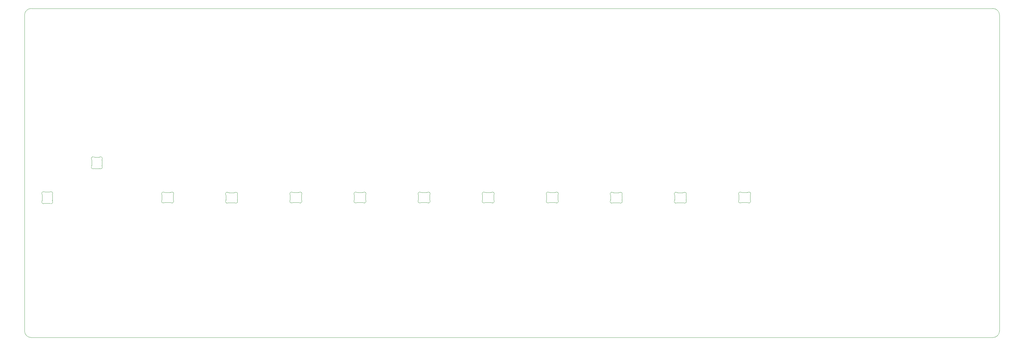
<source format=gbr>
%TF.GenerationSoftware,KiCad,Pcbnew,8.0.4*%
%TF.CreationDate,2024-08-19T01:28:38+08:00*%
%TF.ProjectId,cloak-xt,636c6f61-6b2d-4787-942e-6b696361645f,rev?*%
%TF.SameCoordinates,Original*%
%TF.FileFunction,Profile,NP*%
%FSLAX46Y46*%
G04 Gerber Fmt 4.6, Leading zero omitted, Abs format (unit mm)*
G04 Created by KiCad (PCBNEW 8.0.4) date 2024-08-19 01:28:38*
%MOMM*%
%LPD*%
G01*
G04 APERTURE LIST*
%TA.AperFunction,Profile*%
%ADD10C,0.100000*%
%TD*%
G04 APERTURE END LIST*
D10*
X57795786Y-76785161D02*
G75*
G02*
X59795786Y-74785186I2000014J-39D01*
G01*
X345514536Y-172813286D02*
X59795786Y-172813286D01*
X59795786Y-74785161D02*
X345514536Y-74785161D01*
X345514536Y-74785161D02*
G75*
G02*
X347514539Y-76785161I64J-1999939D01*
G01*
X347514536Y-170813286D02*
G75*
G02*
X345514536Y-172813336I-2000036J-14D01*
G01*
X347514536Y-76785161D02*
X347514536Y-170813286D01*
X57795786Y-170813286D02*
X57795786Y-76785161D01*
X59795786Y-172813286D02*
G75*
G02*
X57795714Y-170813286I-86J1999986D01*
G01*
%TO.C,LED10*%
X102014535Y-131800502D02*
X102014535Y-130394818D01*
X99520084Y-132597660D02*
X101108988Y-132597660D01*
X101108989Y-129597661D02*
X99520084Y-129597661D01*
X98614537Y-130394818D02*
X98614537Y-131800502D01*
X102014535Y-130394817D02*
G75*
G02*
X102064020Y-130177940I499990J1D01*
G01*
X101361247Y-129529362D02*
G75*
G02*
X102064019Y-130177940I252258J-431700D01*
G01*
X102064020Y-132017380D02*
G75*
G02*
X102014535Y-131800502I450505J216876D01*
G01*
X102064020Y-132017379D02*
G75*
G02*
X101361247Y-132665959I-450514J-216880D01*
G01*
X101108988Y-132597660D02*
G75*
G02*
X101361247Y-132665959I-2J-500009D01*
G01*
X101361247Y-129529362D02*
G75*
G02*
X101108989Y-129597661I-252261J431710D01*
G01*
X99267826Y-132665959D02*
G75*
G02*
X99520084Y-132597661I252260J-431712D01*
G01*
X99520083Y-129597660D02*
G75*
G02*
X99267825Y-129529361I3J500009D01*
G01*
X98565052Y-130177940D02*
G75*
G02*
X99267825Y-129529361I450514J216879D01*
G01*
X98565052Y-130177940D02*
G75*
G02*
X98614539Y-130394818I-450506J-216881D01*
G01*
X99267825Y-132665957D02*
G75*
G02*
X98565052Y-132017380I-252258J431700D01*
G01*
X98614537Y-131800503D02*
G75*
G02*
X98565036Y-132017372I-500001J42D01*
G01*
%TO.C,LED4*%
X216314535Y-131800502D02*
X216314535Y-130394818D01*
X213820084Y-132597660D02*
X215408988Y-132597660D01*
X215408989Y-129597661D02*
X213820084Y-129597661D01*
X212914537Y-130394818D02*
X212914537Y-131800502D01*
X216314535Y-130394817D02*
G75*
G02*
X216364020Y-130177940I499990J1D01*
G01*
X215661247Y-129529362D02*
G75*
G02*
X216364019Y-130177940I252258J-431700D01*
G01*
X216364020Y-132017380D02*
G75*
G02*
X216314535Y-131800502I450505J216876D01*
G01*
X216364020Y-132017379D02*
G75*
G02*
X215661247Y-132665959I-450514J-216880D01*
G01*
X215408988Y-132597660D02*
G75*
G02*
X215661247Y-132665959I-2J-500009D01*
G01*
X215661247Y-129529362D02*
G75*
G02*
X215408989Y-129597661I-252261J431710D01*
G01*
X213567826Y-132665959D02*
G75*
G02*
X213820084Y-132597661I252260J-431712D01*
G01*
X213820083Y-129597660D02*
G75*
G02*
X213567825Y-129529361I3J500009D01*
G01*
X212865052Y-130177940D02*
G75*
G02*
X213567825Y-129529361I450514J216879D01*
G01*
X212865052Y-130177940D02*
G75*
G02*
X212914539Y-130394818I-450506J-216881D01*
G01*
X213567825Y-132665957D02*
G75*
G02*
X212865052Y-132017380I-252258J431700D01*
G01*
X212914537Y-131800503D02*
G75*
G02*
X212865036Y-132017372I-500001J42D01*
G01*
%TO.C,LED3*%
X235311410Y-131844252D02*
X235311410Y-130438568D01*
X232816959Y-132641410D02*
X234405863Y-132641410D01*
X234405864Y-129641411D02*
X232816959Y-129641411D01*
X231911412Y-130438568D02*
X231911412Y-131844252D01*
X235311410Y-130438567D02*
G75*
G02*
X235360895Y-130221690I499990J1D01*
G01*
X234658122Y-129573112D02*
G75*
G02*
X235360894Y-130221690I252258J-431700D01*
G01*
X235360895Y-132061130D02*
G75*
G02*
X235311410Y-131844252I450505J216876D01*
G01*
X235360895Y-132061129D02*
G75*
G02*
X234658122Y-132709709I-450514J-216880D01*
G01*
X234405863Y-132641410D02*
G75*
G02*
X234658122Y-132709709I-2J-500009D01*
G01*
X234658122Y-129573112D02*
G75*
G02*
X234405864Y-129641411I-252261J431710D01*
G01*
X232564701Y-132709709D02*
G75*
G02*
X232816959Y-132641411I252260J-431712D01*
G01*
X232816958Y-129641410D02*
G75*
G02*
X232564700Y-129573111I3J500009D01*
G01*
X231861927Y-130221690D02*
G75*
G02*
X232564700Y-129573111I450514J216879D01*
G01*
X231861927Y-130221690D02*
G75*
G02*
X231911414Y-130438568I-450506J-216881D01*
G01*
X232564700Y-132709707D02*
G75*
G02*
X231861927Y-132061130I-252258J431700D01*
G01*
X231911412Y-131844253D02*
G75*
G02*
X231861911Y-132061122I-500001J42D01*
G01*
%TO.C,LED2*%
X254361410Y-131844252D02*
X254361410Y-130438568D01*
X251866959Y-132641410D02*
X253455863Y-132641410D01*
X253455864Y-129641411D02*
X251866959Y-129641411D01*
X250961412Y-130438568D02*
X250961412Y-131844252D01*
X254361410Y-130438567D02*
G75*
G02*
X254410895Y-130221690I499990J1D01*
G01*
X253708122Y-129573112D02*
G75*
G02*
X254410894Y-130221690I252258J-431700D01*
G01*
X254410895Y-132061130D02*
G75*
G02*
X254361410Y-131844252I450505J216876D01*
G01*
X254410895Y-132061129D02*
G75*
G02*
X253708122Y-132709709I-450514J-216880D01*
G01*
X253455863Y-132641410D02*
G75*
G02*
X253708122Y-132709709I-2J-500009D01*
G01*
X253708122Y-129573112D02*
G75*
G02*
X253455864Y-129641411I-252261J431710D01*
G01*
X251614701Y-132709709D02*
G75*
G02*
X251866959Y-132641411I252260J-431712D01*
G01*
X251866958Y-129641410D02*
G75*
G02*
X251614700Y-129573111I3J500009D01*
G01*
X250911927Y-130221690D02*
G75*
G02*
X251614700Y-129573111I450514J216879D01*
G01*
X250911927Y-130221690D02*
G75*
G02*
X250961414Y-130438568I-450506J-216881D01*
G01*
X251614700Y-132709707D02*
G75*
G02*
X250911927Y-132061130I-252258J431700D01*
G01*
X250961412Y-131844253D02*
G75*
G02*
X250911911Y-132061122I-500001J42D01*
G01*
%TO.C,LED9*%
X121011410Y-131844252D02*
X121011410Y-130438568D01*
X118516959Y-132641410D02*
X120105863Y-132641410D01*
X120105864Y-129641411D02*
X118516959Y-129641411D01*
X117611412Y-130438568D02*
X117611412Y-131844252D01*
X121011410Y-130438567D02*
G75*
G02*
X121060895Y-130221690I499990J1D01*
G01*
X120358122Y-129573112D02*
G75*
G02*
X121060894Y-130221690I252258J-431700D01*
G01*
X121060895Y-132061130D02*
G75*
G02*
X121011410Y-131844252I450505J216876D01*
G01*
X121060895Y-132061129D02*
G75*
G02*
X120358122Y-132709709I-450514J-216880D01*
G01*
X120105863Y-132641410D02*
G75*
G02*
X120358122Y-132709709I-2J-500009D01*
G01*
X120358122Y-129573112D02*
G75*
G02*
X120105864Y-129641411I-252261J431710D01*
G01*
X118264701Y-132709709D02*
G75*
G02*
X118516959Y-132641411I252260J-431712D01*
G01*
X118516958Y-129641410D02*
G75*
G02*
X118264700Y-129573111I3J500009D01*
G01*
X117561927Y-130221690D02*
G75*
G02*
X118264700Y-129573111I450514J216879D01*
G01*
X117561927Y-130221690D02*
G75*
G02*
X117611414Y-130438568I-450506J-216881D01*
G01*
X118264700Y-132709707D02*
G75*
G02*
X117561927Y-132061130I-252258J431700D01*
G01*
X117611412Y-131844253D02*
G75*
G02*
X117561911Y-132061122I-500001J42D01*
G01*
%TO.C,LED12*%
X65245502Y-129441412D02*
X63839818Y-129441412D01*
X66042660Y-131935863D02*
X66042660Y-130346959D01*
X63042661Y-130346958D02*
X63042661Y-131935863D01*
X63839818Y-132841410D02*
X65245502Y-132841410D01*
X63839817Y-129441412D02*
G75*
G02*
X63622940Y-129391927I-1J499990D01*
G01*
X62974362Y-130094700D02*
G75*
G02*
X63622940Y-129391926I431700J252259D01*
G01*
X65462380Y-129391927D02*
G75*
G02*
X65245502Y-129441412I-216876J450505D01*
G01*
X65462379Y-129391927D02*
G75*
G02*
X66110959Y-130094700I216880J-450514D01*
G01*
X66042660Y-130346959D02*
G75*
G02*
X66110959Y-130094700I500009J-2D01*
G01*
X62974362Y-130094700D02*
G75*
G02*
X63042661Y-130346958I-431710J-252261D01*
G01*
X66110959Y-132188121D02*
G75*
G02*
X66042661Y-131935863I431712J252260D01*
G01*
X63042660Y-131935864D02*
G75*
G02*
X62974361Y-132188122I-500009J3D01*
G01*
X63622940Y-132890895D02*
G75*
G02*
X62974361Y-132188122I-216879J450514D01*
G01*
X63622940Y-132890895D02*
G75*
G02*
X63839818Y-132841408I216881J-450506D01*
G01*
X66110957Y-132188122D02*
G75*
G02*
X65462380Y-132890895I-431700J-252258D01*
G01*
X65245503Y-132841410D02*
G75*
G02*
X65462372Y-132890911I-42J-500001D01*
G01*
%TO.C,LED11*%
X78567945Y-122469535D02*
X79973629Y-122469535D01*
X77770787Y-119975084D02*
X77770787Y-121563988D01*
X80770786Y-121563989D02*
X80770786Y-119975084D01*
X79973629Y-119069537D02*
X78567945Y-119069537D01*
X79973630Y-122469535D02*
G75*
G02*
X80190507Y-122519020I1J-499990D01*
G01*
X80839085Y-121816247D02*
G75*
G02*
X80190507Y-122519021I-431700J-252259D01*
G01*
X78351067Y-122519020D02*
G75*
G02*
X78567945Y-122469535I216876J-450505D01*
G01*
X78351068Y-122519020D02*
G75*
G02*
X77702488Y-121816247I-216880J450514D01*
G01*
X77770787Y-121563988D02*
G75*
G02*
X77702488Y-121816247I-500009J2D01*
G01*
X80839085Y-121816247D02*
G75*
G02*
X80770786Y-121563989I431710J252261D01*
G01*
X77702488Y-119722826D02*
G75*
G02*
X77770786Y-119975084I-431712J-252260D01*
G01*
X80770787Y-119975083D02*
G75*
G02*
X80839086Y-119722825I500009J-3D01*
G01*
X80190507Y-119020052D02*
G75*
G02*
X80839086Y-119722825I216879J-450514D01*
G01*
X80190507Y-119020052D02*
G75*
G02*
X79973629Y-119069539I-216881J450506D01*
G01*
X77702490Y-119722825D02*
G75*
G02*
X78351067Y-119020052I431700J252258D01*
G01*
X78567944Y-119069537D02*
G75*
G02*
X78351075Y-119020036I42J500001D01*
G01*
%TO.C,LED8*%
X140114535Y-131800502D02*
X140114535Y-130394818D01*
X137620084Y-132597660D02*
X139208988Y-132597660D01*
X139208989Y-129597661D02*
X137620084Y-129597661D01*
X136714537Y-130394818D02*
X136714537Y-131800502D01*
X140114535Y-130394817D02*
G75*
G02*
X140164020Y-130177940I499990J1D01*
G01*
X139461247Y-129529362D02*
G75*
G02*
X140164019Y-130177940I252258J-431700D01*
G01*
X140164020Y-132017380D02*
G75*
G02*
X140114535Y-131800502I450505J216876D01*
G01*
X140164020Y-132017379D02*
G75*
G02*
X139461247Y-132665959I-450514J-216880D01*
G01*
X139208988Y-132597660D02*
G75*
G02*
X139461247Y-132665959I-2J-500009D01*
G01*
X139461247Y-129529362D02*
G75*
G02*
X139208989Y-129597661I-252261J431710D01*
G01*
X137367826Y-132665959D02*
G75*
G02*
X137620084Y-132597661I252260J-431712D01*
G01*
X137620083Y-129597660D02*
G75*
G02*
X137367825Y-129529361I3J500009D01*
G01*
X136665052Y-130177940D02*
G75*
G02*
X137367825Y-129529361I450514J216879D01*
G01*
X136665052Y-130177940D02*
G75*
G02*
X136714539Y-130394818I-450506J-216881D01*
G01*
X137367825Y-132665957D02*
G75*
G02*
X136665052Y-132017380I-252258J431700D01*
G01*
X136714537Y-131800503D02*
G75*
G02*
X136665036Y-132017372I-500001J42D01*
G01*
%TO.C,LED7*%
X159164535Y-131800502D02*
X159164535Y-130394818D01*
X156670084Y-132597660D02*
X158258988Y-132597660D01*
X158258989Y-129597661D02*
X156670084Y-129597661D01*
X155764537Y-130394818D02*
X155764537Y-131800502D01*
X159164535Y-130394817D02*
G75*
G02*
X159214020Y-130177940I499990J1D01*
G01*
X158511247Y-129529362D02*
G75*
G02*
X159214019Y-130177940I252258J-431700D01*
G01*
X159214020Y-132017380D02*
G75*
G02*
X159164535Y-131800502I450505J216876D01*
G01*
X159214020Y-132017379D02*
G75*
G02*
X158511247Y-132665959I-450514J-216880D01*
G01*
X158258988Y-132597660D02*
G75*
G02*
X158511247Y-132665959I-2J-500009D01*
G01*
X158511247Y-129529362D02*
G75*
G02*
X158258989Y-129597661I-252261J431710D01*
G01*
X156417826Y-132665959D02*
G75*
G02*
X156670084Y-132597661I252260J-431712D01*
G01*
X156670083Y-129597660D02*
G75*
G02*
X156417825Y-129529361I3J500009D01*
G01*
X155715052Y-130177940D02*
G75*
G02*
X156417825Y-129529361I450514J216879D01*
G01*
X155715052Y-130177940D02*
G75*
G02*
X155764539Y-130394818I-450506J-216881D01*
G01*
X156417825Y-132665957D02*
G75*
G02*
X155715052Y-132017380I-252258J431700D01*
G01*
X155764537Y-131800503D02*
G75*
G02*
X155715036Y-132017372I-500001J42D01*
G01*
%TO.C,LED6*%
X178214535Y-131800502D02*
X178214535Y-130394818D01*
X175720084Y-132597660D02*
X177308988Y-132597660D01*
X177308989Y-129597661D02*
X175720084Y-129597661D01*
X174814537Y-130394818D02*
X174814537Y-131800502D01*
X178214535Y-130394817D02*
G75*
G02*
X178264020Y-130177940I499990J1D01*
G01*
X177561247Y-129529362D02*
G75*
G02*
X178264019Y-130177940I252258J-431700D01*
G01*
X178264020Y-132017380D02*
G75*
G02*
X178214535Y-131800502I450505J216876D01*
G01*
X178264020Y-132017379D02*
G75*
G02*
X177561247Y-132665959I-450514J-216880D01*
G01*
X177308988Y-132597660D02*
G75*
G02*
X177561247Y-132665959I-2J-500009D01*
G01*
X177561247Y-129529362D02*
G75*
G02*
X177308989Y-129597661I-252261J431710D01*
G01*
X175467826Y-132665959D02*
G75*
G02*
X175720084Y-132597661I252260J-431712D01*
G01*
X175720083Y-129597660D02*
G75*
G02*
X175467825Y-129529361I3J500009D01*
G01*
X174765052Y-130177940D02*
G75*
G02*
X175467825Y-129529361I450514J216879D01*
G01*
X174765052Y-130177940D02*
G75*
G02*
X174814539Y-130394818I-450506J-216881D01*
G01*
X175467825Y-132665957D02*
G75*
G02*
X174765052Y-132017380I-252258J431700D01*
G01*
X174814537Y-131800503D02*
G75*
G02*
X174765036Y-132017372I-500001J42D01*
G01*
%TO.C,LED5*%
X197264535Y-131800502D02*
X197264535Y-130394818D01*
X194770084Y-132597660D02*
X196358988Y-132597660D01*
X196358989Y-129597661D02*
X194770084Y-129597661D01*
X193864537Y-130394818D02*
X193864537Y-131800502D01*
X197264535Y-130394817D02*
G75*
G02*
X197314020Y-130177940I499990J1D01*
G01*
X196611247Y-129529362D02*
G75*
G02*
X197314019Y-130177940I252258J-431700D01*
G01*
X197314020Y-132017380D02*
G75*
G02*
X197264535Y-131800502I450505J216876D01*
G01*
X197314020Y-132017379D02*
G75*
G02*
X196611247Y-132665959I-450514J-216880D01*
G01*
X196358988Y-132597660D02*
G75*
G02*
X196611247Y-132665959I-2J-500009D01*
G01*
X196611247Y-129529362D02*
G75*
G02*
X196358989Y-129597661I-252261J431710D01*
G01*
X194517826Y-132665959D02*
G75*
G02*
X194770084Y-132597661I252260J-431712D01*
G01*
X194770083Y-129597660D02*
G75*
G02*
X194517825Y-129529361I3J500009D01*
G01*
X193815052Y-130177940D02*
G75*
G02*
X194517825Y-129529361I450514J216879D01*
G01*
X193815052Y-130177940D02*
G75*
G02*
X193864539Y-130394818I-450506J-216881D01*
G01*
X194517825Y-132665957D02*
G75*
G02*
X193815052Y-132017380I-252258J431700D01*
G01*
X193864537Y-131800503D02*
G75*
G02*
X193815036Y-132017372I-500001J42D01*
G01*
%TO.C,LED1*%
X273464535Y-131800504D02*
X273464535Y-130394820D01*
X270970083Y-132597661D02*
X272558988Y-132597661D01*
X272558988Y-129597662D02*
X270970084Y-129597662D01*
X270064537Y-130394820D02*
X270064537Y-131800504D01*
X273464535Y-130394819D02*
G75*
G02*
X273514020Y-130177942I499990J1D01*
G01*
X272811247Y-129529365D02*
G75*
G02*
X273514020Y-130177942I252258J-431700D01*
G01*
X273514020Y-132017382D02*
G75*
G02*
X273464535Y-131800504I450505J216876D01*
G01*
X273514020Y-132017382D02*
G75*
G02*
X272811247Y-132665961I-450515J-216878D01*
G01*
X272558989Y-132597662D02*
G75*
G02*
X272811247Y-132665961I-3J-500009D01*
G01*
X272811246Y-129529363D02*
G75*
G02*
X272558988Y-129597662I-252261J431710D01*
G01*
X270717825Y-132665960D02*
G75*
G02*
X270970083Y-132597661I252261J-431711D01*
G01*
X270970084Y-129597662D02*
G75*
G02*
X270717825Y-129529363I2J500011D01*
G01*
X270015052Y-130177943D02*
G75*
G02*
X270717826Y-129529360I450514J216882D01*
G01*
X270015052Y-130177942D02*
G75*
G02*
X270064538Y-130394820I-450506J-216879D01*
G01*
X270717825Y-132665960D02*
G75*
G02*
X270015052Y-132017382I-252258J431701D01*
G01*
X270064537Y-131800505D02*
G75*
G02*
X270015035Y-132017374I-500001J44D01*
G01*
%TD*%
M02*

</source>
